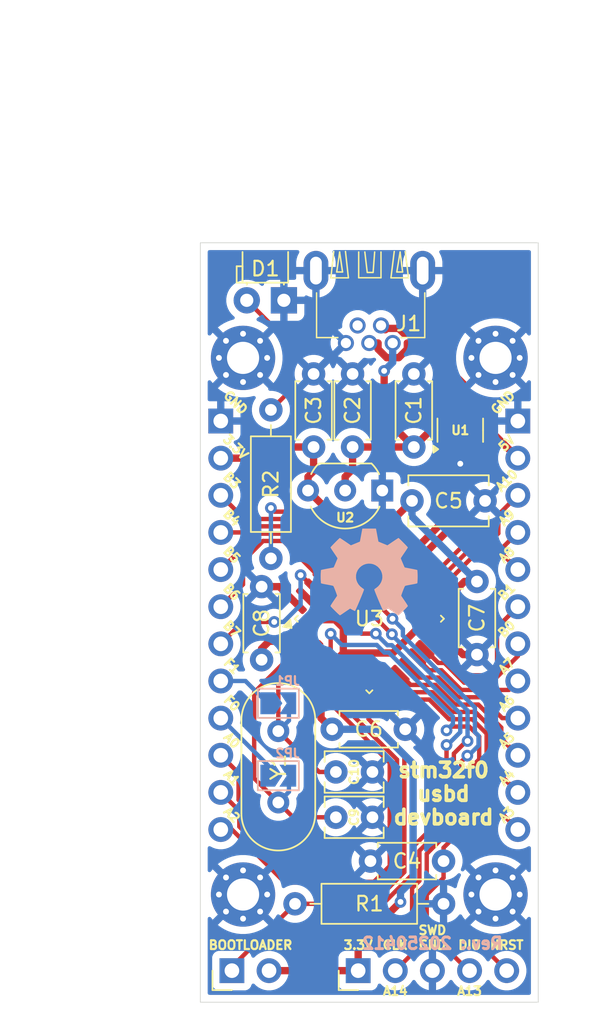
<source format=kicad_pcb>
(kicad_pcb (version 20241229) (generator "pcbnew") (generator_version "9.0")
  (title_block (title "stm32f0-usbd-devboard") (date "2025-04-12") (rev "20250412") (comment 3 "Released under CERN Open Hardware Licence Version 2 - Strongly Reciprocal") (comment 4 "Designed by: Rafael G. Martins"))
  (layers (0 "F.Cu" signal) (2 "B.Cu" signal) (13 "F.Paste" user) (15 "B.Paste" user) (5 "F.SilkS" user "F.Silkscreen") (7 "B.SilkS" user "B.Silkscreen") (1 "F.Mask" user) (3 "B.Mask" user) (25 "Edge.Cuts" user))
  (net 0 "")
  (net 1 "5V")
  (net 2 "3.3V")
  (net 3 "Net-(D1-A)")
  (net 4 "/USB_CONN_D-")
  (net 6 "/USB_CONN_D+")
  (net 7 "PF0")
  (net 8 "LED")
  (net 9 "USB_D+")
  (net 10 "USB_D-")
  (net 11 "B6")
  (net 12 "A0")
  (net 13 "A2")
  (net 14 "F0")
  (net 15 "F1")
  (net 16 "B3")
  (net 17 "B5")
  (net 18 "A1")
  (net 19 "B4")
  (net 20 "B7")
  (net 21 "B0")
  (net 22 "A6")
  (net 23 "A8")
  (net 24 "A5")
  (net 25 "A7")
  (net 26 "B1")
  (net 27 "A4")
  (net 28 "A3")
  (net 29 "A9")
  (net 30 "A10")
  (net 31 "GND")
  (net 32 "NRST")
  (net 33 "PF1")
  (net 34 "Net-(J5-Pin_1)")
  (net 35 "DIO")
  (net 36 "CLK")
  (footprint "custom:C_TDK_FA28" (layer "F.Cu") (at 154.432 106.5276 90)
    (property "Reference" "C7")
    (property "Value" "100n")
  )
  (footprint "custom:PinHeader_Bootloader_1x02_P2.54mm_Horizontal" (layer "F.Cu") (at 137.668 128.143)
    (property "Reference" "J5" (hide yes))
    (property "Value" "BOOTLOADER")
  )
  (footprint "Crystal:Crystal_HC49-4H_Vertical" (layer "F.Cu") (at 140.843 111.76 -90)
    (property "Reference" "Y1")
    (property "Value" "8MHz")
  )
  (footprint "Capacitor_THT:C_Disc_D3.8mm_W2.6mm_P2.50mm" (layer "F.Cu") (at 144.78 117.6528)
    (property "Reference" "C9")
    (property "Value" "22p")
  )
  (footprint "custom:USB_Mini-B_PTH" (layer "F.Cu") (at 148.666 85.217 180)
    (property "Reference" "J1")
    (property "Value" "USB_B_Mini" (hide yes))
  )
  (footprint "custom:LED_D3.0mm_Horizontal_O1.27mm_Z2.0mm" (layer "F.Cu") (at 141.224 82.296 180)
    (property "Reference" "D1")
    (property "Value" "LED Green 3mm")
  )
  (footprint "custom:C_TDK_FA28" (layer "F.Cu") (at 143.256 87.329 -90)
    (property "Reference" "C3")
    (property "Value" "1u")
  )
  (footprint "custom:C_TDK_FA28" (layer "F.Cu") (at 150.114 87.329 -90)
    (property "Reference" "C1")
    (property "Value" "100n")
  )
  (footprint "custom:R_YAGEO_MFR-25FTE52_Horizontal" (layer "F.Cu") (at 140.335 99.949 90)
    (property "Reference" "R2")
    (property "Value" "10k")
  )
  (footprint "MountingHole:MountingHole_2.2mm_M2_Pad_Via" (layer "F.Cu") (at 138.43 86.233)
    (property "Reference" "H1" (hide yes))
    (property "Value" "Mounting Hole")
  )
  (footprint "Capacitor_THT:C_Disc_D3.8mm_W2.6mm_P2.50mm" (layer "F.Cu") (at 144.78 114.554)
    (property "Reference" "C10")
    (property "Value" "22p")
  )
  (footprint "custom:C_TDK_FA28" (layer "F.Cu") (at 139.7 101.8794 -90)
    (property "Reference" "C8")
    (property "Value" "100n")
  )
  (footprint "custom:C_TDK_FA26" (layer "F.Cu") (at 154.987 96.012 180)
    (property "Reference" "C5")
    (property "Value" "10u")
  )
  (footprint "custom:C_TDK_FA28" (layer "F.Cu") (at 147.146 120.65)
    (property "Reference" "C4")
    (property "Value" "100n")
  )
  (footprint "MountingHole:MountingHole_2.2mm_M2_Pad_Via" (layer "F.Cu") (at 155.702 122.936)
    (property "Reference" "H4" (hide yes))
    (property "Value" "Mounting Hole")
  )
  (footprint "MountingHole:MountingHole_2.2mm_M2_Pad_Via" (layer "F.Cu") (at 155.702 86.233)
    (property "Reference" "H2" (hide yes))
    (property "Value" "Mounting Hole")
  )
  (footprint "Package_TO_SOT_THT:TO-92_Inline_Wide" (layer "F.Cu") (at 147.955 95.3046 180)
    (property "Reference" "U2")
    (property "Value" "MCP1700-3302E")
  )
  (footprint "MountingHole:MountingHole_2.2mm_M2_Pad_Via" (layer "F.Cu") (at 138.431 122.936)
    (property "Reference" "H3" (hide yes))
    (property "Value" "Mounting Hole")
  )
  (footprint "custom:C_TDK_FA28" (layer "F.Cu") (at 149.526 111.633 180)
    (property "Reference" "C6")
    (property "Value" "100n")
  )
  (footprint "Package_TO_SOT_SMD:SOT-23-6" (layer "F.Cu") (at 153.289 91.1805 90)
    (property "Reference" "U1")
    (property "Value" "USBLC6-2SC6")
  )
  (footprint "custom:PinHeader_SWD_1x05_P2.54mm_Vertical" (layer "F.Cu") (at 146.304 128.143)
    (property "Reference" "J2" (hide yes))
    (property "Value" "PIN H 5P")
  )
  (footprint "custom:R_YAGEO_MFR-25FTE52_Horizontal" (layer "F.Cu") (at 141.986 123.571)
    (property "Reference" "R1")
    (property "Value" "10k")
  )
  (footprint "Package_QFP:LQFP-32_7x7mm_P0.8mm" (layer "F.Cu") (at 147.068328 104.073014 45)
    (property "Reference" "U3")
    (property "Value" "STM32F042K4T6 or STM32F042K6T6")
  )
  (footprint "custom:C_TDK_FA28" (layer "F.Cu") (at 145.923 87.329 -90)
    (property "Reference" "C2")
    (property "Value" "1u")
  )
  (footprint "Jumper:SolderJumper-2_P1.3mm_Open_TrianglePad1.0x1.5mm" (layer "B.Cu") (at 140.843 109.855)
    (property "Reference" "JP1")
    (property "Value" "Connect Pin F1 to PF1")
  )
  (footprint "Jumper:SolderJumper-2_P1.3mm_Open_TrianglePad1.0x1.5mm" (layer "B.Cu") (at 140.843 114.808)
    (property "Reference" "JP2")
    (property "Value" "Connect Pin F0 to PF0")
  )
  (footprint "custom:PinHeader_DevBoard_Right_Connector_1x12_P2.54mm_Vertical" (layer "B.Cu") (at 157.226 90.551 180)
    (property "Reference" "J4" (hide yes))
    (property "Value" "RIGHT")
  )
  (footprint "Symbol:OSHW-Symbol_6.7x6mm_SilkScreen" (layer "B.Cu") (at 147.066 100.8888 180)
    (property "Reference" "REF**" (hide yes))
    (property "Value" "OSHW-Symbol_6.7x6mm_SilkScreen" (hide yes))
  )
  (footprint "custom:PinHeader_DevBoard_Left_Connector_1x12_P2.54mm_Vertical" (layer "B.Cu") (at 136.906 90.551 180)
    (property "Reference" "J3" (hide yes))
    (property "Value" "LEFT")
  )
  (gr_rect (start 135.509 78.359) (end 158.623 130.302) (stroke (width 0.05)) (fill no) (layer "Edge.Cuts"))
  (gr_text "stm32f0\nusbd\ndevboard" (at 152.146 118.237 0) (layer "F.SilkS") (effects (font (size 1 1) (thickness 0.25) (bold yes)) (justify bottom)))
  (gr_text "Rev.: ${REVISION}" (at 151.384 126.746 0) (layer "B.SilkS") (effects (font (size 0.8 0.8) (thickness 0.2) (bold yes)) (justify bottom mirror)))
  (segment (start 145.923 93.853) (end 145.923 92.329) (width 0.5) (layer "F.Cu") (net 1))
  (segment (start 151.257 91.186) (end 152.808499 91.186) (width 0.5) (layer "F.Cu") (net 1))
  (segment (start 145.415 94.361) (end 145.923 93.853) (width 0.5) (layer "F.Cu") (net 1))
  (segment (start 157.226 93.091) (end 155.321 91.186) (width 0.5) (layer "F.Cu") (net 1))
  (segment (start 150.114 92.329) (end 145.923 92.329) (width 0.5) (layer "F.Cu") (net 1))
  (segment (start 148.082 90.297) (end 148.082 87.122) (width 0.5) (layer "F.Cu") (net 1))
  (segment (start 153.289 90.705499) (end 153.289 90.043) (width 0.5) (layer "F.Cu") (net 1))
  (segment (start 155.321 91.186) (end 153.769501 91.186) (width 0.5) (layer "F.Cu") (net 1))
  (segment (start 153.769501 91.186) (end 153.289 90.705499) (width 0.5) (layer "F.Cu") (net 1))
  (segment (start 145.415 95.3046) (end 145.415 94.361) (width 0.5) (layer "F.Cu") (net 1))
  (segment (start 150.114 92.329) (end 148.082 90.297) (width 0.5) (layer "F.Cu") (net 1))
  (segment (start 150.114 92.329) (end 151.257 91.186) (width 0.5) (layer "F.Cu") (net 1))
  (segment (start 152.808499 91.186) (end 153.289 90.705499) (width 0.5) (layer "F.Cu") (net 1))
  (via (at 148.082 87.122) (size 0.8) (drill 0.4) (layers "F.Cu" "B.Cu") (net 1))
  (segment (start 148.666 85.217) (end 148.666 86.538) (width 0.5) (layer "B.Cu") (net 1))
  (segment (start 148.666 86.538) (end 148.082 87.122) (width 0.5) (layer "B.Cu") (net 1))
  (segment (start 142.875 94.361) (end 143.256 93.98) (width 0.5) (layer "F.Cu") (net 2))
  (segment (start 144.526 111.633) (end 143.764 110.871) (width 0.5) (layer "F.Cu") (net 2))
  (segment (start 143.764 107.943028) (end 144.399 107.308028) (width 0.5) (layer "F.Cu") (net 2))
  (segment (start 145.288 104.708848) (end 145.288 106.419028) (width 0.5) (layer "F.Cu") (net 2))
  (segment (start 144.719152 104.14) (end 145.288 104.708848) (width 0.5) (layer "F.Cu") (net 2))
  (segment (start 142.136258 105.045286) (end 141.568344 105.6132) (width 0.5) (layer "F.Cu") (net 2))
  (segment (start 148.971 97.028) (end 149.987 96.012) (width 0.5) (layer "F.Cu") (net 2))
  (segment (start 142.875 95.3046) (end 144.5984 97.028) (width 0.5) (layer "F.Cu") (net 2))
  (segment (start 146.304 126.3396) (end 146.304 128.143) (width 0.5) (layer "F.Cu") (net 2))
  (segment (start 139.7 106.1212) (end 139.7 106.8794) (width 0.5) (layer "F.Cu") (net 2))
  (segment (start 143.041544 104.14) (end 144.719152 104.14) (width 0.5) (layer "F.Cu") (net 2))
  (segment (start 153.57354 101.5276) (end 152.000398 103.100742) (width 0.5) (layer "F.Cu") (net 2))
  (segment (start 140.208 105.6132) (end 139.7 106.1212) (width 0.5) (layer "F.Cu") (net 2))
  (segment (start 141.568344 105.6132) (end 140.208 105.6132) (width 0.5) (layer "F.Cu") (net 2))
  (segment (start 144.5984 97.028) (end 148.971 97.028) (width 0.5) (layer "F.Cu") (net 2))
  (segment (start 148.682112 106.419028) (end 152.000398 103.100742) (width 0.5) (layer "F.Cu") (net 2))
  (segment (start 149.1996 123.444) (end 146.304 126.3396) (width 0.5) (layer "F.Cu") (net 2))
  (segment (start 140.6906 92.329) (end 139.9286 93.091) (width 0.5) (layer "F.Cu") (net 2))
  (segment (start 154.432 101.5276) (end 153.57354 101.5276) (width 0.5) (layer "F.Cu") (net 2))
  (segment (start 142.875 95.3046) (end 142.875 94.361) (width 0.5) (layer "F.Cu") (net 2))
  (segment (start 143.256 92.329) (end 140.6906 92.329) (width 0.5) (layer "F.Cu") (net 2))
  (segment (start 143.764 110.871) (end 143.764 107.943028) (width 0.5) (layer "F.Cu") (net 2))
  (segment (start 142.136258 105.045286) (end 143.041544 104.14) (width 0.5) (layer "F.Cu") (net 2))
  (segment (start 139.9286 93.091) (end 136.906 93.091) (width 0.5) (layer "F.Cu") (net 2))
  (segment (start 143.256 93.98) (end 143.256 92.329) (width 0.5) (layer "F.Cu") (net 2))
  (segment (start 140.208 128.143) (end 146.304 128.143) (width 0.5) (layer "F.Cu") (net 2))
  (segment (start 145.288 106.419028) (end 148.682112 106.419028) (width 0.5) (layer "F.Cu") (net 2))
  (segment (start 145.288 106.419028) (end 144.399 107.308028) (width 0.5) (layer "F.Cu") (net 2))
  (via (at 149.1996 123.444) (size 0.8) (drill 0.4) (layers "F.Cu" "B.Cu") (net 2))
  (segment (start 149.987 97.0826) (end 154.432 101.5276) (width 0.5) (layer "B.Cu") (net 2))
  (segment (start 147.701 111.633) (end 150.0632 113.9952) (width 0.5) (layer "B.Cu") (net 2))
  (segment (start 144.526 111.633) (end 147.701 111.633) (width 0.5) (layer "B.Cu") (net 2))
  (segment (start 149.987 96.012) (end 149.987 97.0826) (width 0.5) (layer "B.Cu") (net 2))
  (segment (start 150.0632 121.92) (end 149.1996 122.7836) (width 0.5) (layer "B.Cu") (net 2))
  (segment (start 149.1996 122.7836) (end 149.1996 123.444) (width 0.5) (layer "B.Cu") (net 2))
  (segment (start 150.0632 113.9952) (end 150.0632 121.92) (width 0.5) (layer "B.Cu") (net 2))
  (segment (start 141.5288 85.1408) (end 141.5288 88.5952) (width 0.3) (layer "F.Cu") (net 3))
  (segment (start 138.684 82.296) (end 141.5288 85.1408) (width 0.3) (layer "F.Cu") (net 3))
  (segment (start 141.5288 88.5952) (end 140.335 89.789) (width 0.3) (layer "F.Cu") (net 3))
  (segment (start 154.239 90.043) (end 154.239 89.049249) (width 0.5) (layer "F.Cu") (net 4))
  (segment (start 152.563575 85.802883) (end 151.317692 84.557) (width 0.5) (layer "F.Cu") (net 4))
  (segment (start 153.619 88.429249) (end 153.619 88.128308) (width 0.5) (layer "F.Cu") (net 4))
  (segment (start 154.239 89.049249) (end 153.619 88.429249) (width 0.5) (layer "F.Cu") (net 4))
  (segment (start 153.619 88.128308) (end 152.563575 87.072883) (width 0.5) (layer "F.Cu") (net 4))
  (segment (start 149.080628 84.216) (end 148.251372 84.216) (width 0.5) (layer "F.Cu") (net 4))
  (segment (start 148.158186 84.309186) (end 147.866 84.017) (width 0.5) (layer "F.Cu") (net 4))
  (segment (start 152.563575 87.072883) (end 152.563575 85.802883) (width 0.5) (layer "F.Cu") (net 4))
  (segment (start 149.421628 84.557) (end 149.080628 84.216) (width 0.5) (layer "F.Cu") (net 4))
  (segment (start 151.317692 84.557) (end 149.421628 84.557) (width 0.5) (layer "F.Cu") (net 4))
  (segment (start 148.251372 84.216) (end 148.158186 84.309186) (width 0.5) (layer "F.Cu") (net 4))
  (segment (start 151.903575 86.076267) (end 151.044308 85.217) (width 0.5) (layer "F.Cu") (net 6))
  (segment (start 151.903575 87.346267) (end 151.903575 86.076267) (width 0.5) (layer "F.Cu") (net 6))
  (segment (start 152.339 90.043) (end 152.339 89.049249) (width 0.5) (layer "F.Cu") (net 6))
  (segment (start 147.665 85.631628) (end 147.665 85.217) (width 0.5) (layer "F.Cu") (net 6))
  (segment (start 149.667 85.217) (end 149.667 85.631628) (width 0.5) (layer "F.Cu") (net 6))
  (segment (start 152.339 89.049249) (end 152.959 88.429249) (width 0.5) (layer "F.Cu") (net 6))
  (segment (start 149.080628 86.218) (end 148.251372 86.218) (width 0.5) (layer "F.Cu") (net 6))
  (segment (start 152.959 88.429249) (end 152.959 88.401692) (width 0.5) (layer "F.Cu") (net 6))
  (segment (start 152.959 88.401692) (end 151.903575 87.346267) (width 0.5) (layer "F.Cu") (net 6))
  (segment (start 151.044308 85.217) (end 149.667 85.217) (width 0.5) (layer "F.Cu") (net 6))
  (segment (start 148.251372 86.218) (end 147.665 85.631628) (width 0.5) (layer "F.Cu") (net 6))
  (segment (start 149.667 85.631628) (end 149.080628 86.218) (width 0.5) (layer "F.Cu") (net 6))
  (segment (start 147.665 85.217) (end 147.066 85.217) (width 0.5) (layer "F.Cu") (net 6))
  (segment (start 142.701944 105.610971) (end 139.192 109.120915) (width 0.3) (layer "F.Cu") (net 7))
  (segment (start 139.192 109.120915) (end 139.192 114.989) (width 0.3) (layer "F.Cu") (net 7))
  (segment (start 139.192 114.989) (end 140.843 116.64) (width 0.3) (layer "F.Cu") (net 7))
  (segment (start 144.78 117.6528) (end 141.8558 117.6528) (width 0.3) (layer "F.Cu") (net 7))
  (segment (start 141.8558 117.6528) (end 140.843 116.64) (width 0.3) (layer "F.Cu") (net 7))
  (segment (start 141.568 115.915) (end 140.843 116.64) (width 0.3) (layer "B.Cu") (net 7))
  (segment (start 141.568 114.808) (end 141.568 115.915) (width 0.3) (layer "B.Cu") (net 7))
  (segment (start 140.584 96.7512) (end 140.335 96.5022) (width 0.3) (layer "F.Cu") (net 8))
  (segment (start 146.096056 99.140944) (end 145.368712 98.4136) (width 0.3) (layer "F.Cu") (net 8))
  (segment (start 142.014909 96.7512) (end 140.584 96.7512) (width 0.3) (layer "F.Cu") (net 8))
  (segment (start 145.368712 98.4136) (end 143.677312 98.4136) (width 0.3) (layer "F.Cu") (net 8))
  (segment (start 146.096056 99.106056) (end 146.096056 99.140944) (width 0.3) (layer "F.Cu") (net 8))
  (segment (start 143.677312 98.4136) (end 142.014909 96.7512) (width 0.3) (layer "F.Cu") (net 8))
  (via (at 140.335 96.5022) (size 0.8) (drill 0.4) (layers "F.Cu" "B.Cu") (net 8))
  (segment (start 140.335 96.5022) (end 140.335 99.949) (width 0.3) (layer "B.Cu") (net 8))
  (segment (start 140.3604 99.9236) (end 140.335 99.949) (width 0.3) (layer "B.Cu") (net 8))
  (segment (start 152.339 93.311751) (end 152.339 92.318) (width 0.5) (layer "F.Cu") (net 9))
  (segment (start 149.968646 99.574634) (end 152.197 97.34628) (width 0.5) (layer "F.Cu") (net 9))
  (segment (start 152.959 94.605308) (end 152.959 94.345496) (width 0.5) (layer "F.Cu") (net 9))
  (segment (start 152.197 95.367308) (end 152.959 94.605308) (width 0.5) (layer "F.Cu") (net 9))
  (segment (start 152.197 97.34628) (end 152.197 95.367308) (width 0.5) (layer "F.Cu") (net 9))
  (segment (start 152.438 93.410751) (end 152.339 93.311751) (width 0.5) (layer "F.Cu") (net 9))
  (segment (start 152.959 94.345496) (end 152.438 93.824496) (width 0.5) (layer "F.Cu") (net 9))
  (segment (start 149.869652 99.574634) (end 149.968646 99.574634) (width 0.5) (layer "F.Cu") (net 9))
  (segment (start 149.171971 100.272315) (end 149.869652 99.574634) (width 0.5) (layer "F.Cu") (net 9))
  (segment (start 152.438 93.824496) (end 152.438 93.410751) (width 0.5) (layer "F.Cu") (net 9))
  (segment (start 152.857 95.640692) (end 153.619 94.878692) (width 0.5) (layer "F.Cu") (net 10))
  (segment (start 154.14 93.824496) (end 154.14 93.410751) (width 0.5) (layer "F.Cu") (net 10))
  (segment (start 150.435337 100.140319) (end 150.435337 100.041325) (width 0.5) (layer "F.Cu") (net 10))
  (segment (start 154.14 93.410751) (end 154.239 93.311751) (width 0.5) (layer "F.Cu") (net 10))
  (segment (start 152.857 97.619662) (end 152.857 95.640692) (width 0.5) (layer "F.Cu") (net 10))
  (segment (start 154.239 93.311751) (end 154.239 92.318) (width 0.5) (layer "F.Cu") (net 10))
  (segment (start 153.619 94.345496) (end 154.14 93.824496) (width 0.5) (layer "F.Cu") (net 10))
  (segment (start 153.619 94.878692) (end 153.619 94.345496) (width 0.5) (layer "F.Cu") (net 10))
  (segment (start 149.737656 100.838) (end 150.435337 100.140319) (width 0.5) (layer "F.Cu") (net 10))
  (segment (start 150.435337 100.041325) (end 152.857 97.619662) (width 0.5) (layer "F.Cu") (net 10))
  (segment (start 143.833314 101.403686) (end 141.184828 98.7552) (width 0.3) (layer "F.Cu") (net 11))
  (segment (start 138.43 101.727) (end 136.906 103.251) (width 0.3) (layer "F.Cu") (net 11))
  (segment (start 138.43 100.1268) (end 138.43 101.727) (width 0.3) (layer "F.Cu") (net 11))
  (segment (start 141.184828 98.7552) (end 139.8016 98.7552) (width 0.3) (layer "F.Cu") (net 11))
  (segment (start 139.8016 98.7552) (end 138.43 100.1268) (width 0.3) (layer "F.Cu") (net 11))
  (segment (start 138.1252 116.46168) (end 138.1252 114.6302) (width 0.3) (layer "F.Cu") (net 12))
  (segment (start 147.380558 122.068) (end 143.961761 122.068) (width 0.3) (layer "F.Cu") (net 12))
  (segment (start 138.1252 114.6302) (end 136.906 113.411) (width 0.3) (layer "F.Cu") (net 12))
  (segment (start 148.463 117.937564) (end 148.462994 117.937574) (width 0.3) (layer "F.Cu") (net 12))
  (segment (start 138.677 118.08296) (end 138.677 117.01348) (width 0.3) (layer "F.Cu") (net 12))
  (segment (start 138.677 117.01348) (end 138.1252 116.46168) (width 0.3) (layer "F.Cu") (net 12))
  (segment (start 143.961761 122.068) (end 143.014961 121.1212) (width 0.3) (layer "F.Cu") (net 12))
  (segment (start 148.462997 118.352607) (end 148.462994 118.35261) (width 0.3) (layer "F.Cu") (net 12))
  (segment (start 148.462994 120.985566) (end 147.380558 122.068) (width 0.3) (layer "F.Cu") (net 12))
  (segment (start 144.365 108.473398) (end 144.365 109.821002) (width 0.3) (layer "F.Cu") (net 12))
  (segment (start 148.462994 117.937574) (end 148.462997 118.352607) (width 0.3) (layer "F.Cu") (net 12))
  (segment (start 148.463 113.919) (end 148.463 117.937564) (width 0.3) (layer "F.Cu") (net 12))
  (segment (start 143.014961 121.1212) (end 141.715242 121.1212) (width 0.3) (layer "F.Cu") (net 12))
  (segment (start 144.365 109.821002) (end 148.463 113.919) (width 0.3) (layer "F.Cu") (net 12))
  (segment (start 148.462994 118.35261) (end 148.462994 120.985566) (width 0.3) (layer "F.Cu") (net 12))
  (segment (start 144.964685 107.873713) (end 144.365 108.473398) (width 0.3) (layer "F.Cu") (net 12))
  (segment (start 141.715242 121.1212) (end 138.677 118.08296) (width 0.3) (layer "F.Cu") (net 12))
  (segment (start 143.546721 123.07) (end 147.7956 123.07) (width 0.3) (layer "F.Cu") (net 13))
  (segment (start 149.465 118.550432) (end 149.465003 118.550429) (width 0.3) (layer "F.Cu") (net 13))
  (segment (start 147.274212 111.196188) (end 147.187873 111.109849) (width 0.3) (layer "F.Cu") (net 13))
  (segment (start 146.137916 109.005084) (end 146.096056 109.005084) (width 0.3) (layer "F.Cu") (net 13))
  (segment (start 146.685 108.458) (end 146.8628 108.458) (width 0.3) (layer "F.Cu") (net 13))
  (segment (start 149.465 113.386973) (end 147.274212 111.196188) (width 0.3) (layer "F.Cu") (net 13))
  (segment (start 149.465 121.4006) (end 149.465 118.550432) (width 0.3) (layer "F.Cu") (net 13))
  (segment (start 141.3002 122.1232) (end 142.599921 122.1232) (width 0.3) (layer "F.Cu") (net 13))
  (segment (start 146.685 108.451496) (end 146.685 108.458) (width 0.3) (layer "F.Cu") (net 13))
  (segment (start 149.465 117.937564) (end 149.465 113.386973) (width 0.3) (layer "F.Cu") (net 13))
  (segment (start 136.906 118.491) (end 137.668 118.491) (width 0.3) (layer "F.Cu") (net 13))
  (segment (start 147.7956 123.07) (end 149.465 121.4006) (width 0.3) (layer "F.Cu") (net 13))
  (segment (start 149.465003 118.550429) (end 149.465 117.937564) (width 0.3) (layer "F.Cu") (net 13))
  (segment (start 147.0152 110.937176) (end 147.274212 111.196188) (width 0.3) (layer "F.Cu") (net 13))
  (segment (start 142.599921 122.1232) (end 143.546721 123.07) (width 0.3) (layer "F.Cu") (net 13))
  (segment (start 146.685 108.458) (end 146.137916 109.005084) (width 0.3) (layer "F.Cu") (net 13))
  (segment (start 137.668 118.491) (end 141.3002 122.1232) (width 0.3) (layer "F.Cu") (net 13))
  (segment (start 146.8628 108.458) (end 147.0152 108.6104) (width 0.3) (layer "F.Cu") (net 13))
  (segment (start 147.0152 108.6104) (end 147.0152 110.937176) (width 0.3) (layer "F.Cu") (net 13))
  (segment (start 140.118 114.083) (end 140.118 114.808) (width 0.3) (layer "B.Cu") (net 14))
  (segment (start 136.906 110.871) (end 140.118 114.083) (width 0.3) (layer "B.Cu") (net 14))
  (segment (start 137.414 108.331) (end 136.906 108.331) (width 0.3) (layer "F.Cu") (net 15))
  (segment (start 138.594 108.331) (end 136.906 108.331) (width 0.3) (layer "B.Cu") (net 15))
  (segment (start 140.118 109.855) (end 138.594 108.331) (width 0.3) (layer "B.Cu") (net 15))
  (segment (start 144.738341 98.9146) (end 145.530371 99.70663) (width 0.3) (layer "F.Cu") (net 16))
  (segment (start 136.906 95.631) (end 138.5272 97.2522) (width 0.3) (layer "F.Cu") (net 16))
  (segment (start 138.5272 97.2522) (end 141.807389 97.2522) (width 0.3) (layer "F.Cu") (net 16))
  (segment (start 143.46979 98.9146) (end 144.738341 98.9146) (width 0.3) (layer "F.Cu") (net 16))
  (segment (start 141.807389 97.2522) (end 143.46979 98.9146) (width 0.3) (layer "F.Cu") (net 16))
  (segment (start 136.906 100.711) (end 137.795 99.822) (width 0.3) (layer "F.Cu") (net 17))
  (segment (start 141.392348 98.2542) (end 143.112549 99.9744) (width 0.3) (layer "F.Cu") (net 17))
  (segment (start 143.112549 99.9744) (end 143.5354 99.9744) (width 0.3) (layer "F.Cu") (net 17))
  (segment (start 137.795 99.822) (end 138.026279 99.822) (width 0.3) (layer "F.Cu") (net 17))
  (segment (start 138.026279 99.822) (end 139.594079 98.2542) (width 0.3) (layer "F.Cu") (net 17))
  (segment (start 139.594079 98.2542) (end 141.392348 98.2542) (width 0.3) (layer "F.Cu") (net 17))
  (segment (start 143.5354 99.9744) (end 144.399 100.838) (width 0.3) (layer "F.Cu") (net 17))
  (segment (start 142.807441 121.6222) (end 141.507722 121.6222) (width 0.3) (layer "F.Cu") (net 18))
  (segment (start 143.754241 122.569) (end 142.807441 121.6222) (width 0.3) (layer "F.Cu") (net 18))
  (segment (start 148.964 113.711479) (end 148.964 118.145084) (width 0.3) (layer "F.Cu") (net 18))
  (segment (start 138.176 118.290478) (end 138.176 117.221) (width 0.3) (layer "F.Cu") (net 18))
  (segment (start 141.507722 121.6222) (end 138.176 118.290478) (width 0.3) (layer "F.Cu") (net 18))
  (segment (start 148.964 121.193078) (end 147.588078 122.569) (width 0.3) (layer "F.Cu") (net 18))
  (segment (start 145.530371 108.439398) (end 145.530371 108.469629) (width 0.3) (layer "F.Cu") (net 18))
  (segment (start 147.588078 122.569) (end 143.754241 122.569) (width 0.3) (layer "F.Cu") (net 18))
  (segment (start 144.866 109.134) (end 144.866 109.61348) (width 0.3) (layer "F.Cu") (net 18))
  (segment (start 148.964 118.145089) (end 148.964 121.193078) (width 0.3) (layer "F.Cu") (net 18))
  (segment (start 144.866 109.61348) (end 148.964 113.711479) (width 0.3) (layer "F.Cu") (net 18))
  (segment (start 145.530371 108.469629) (end 144.866 109.134) (width 0.3) (layer "F.Cu") (net 18))
  (segment (start 138.176 117.221) (end 136.906 115.951) (width 0.3) (layer "F.Cu") (net 18))
  (segment (start 148.964 118.145084) (end 148.963998 118.145087) (width 0.3) (layer "F.Cu") (net 18))
  (segment (start 148.963998 118.145087) (end 148.964 118.145089) (width 0.3) (layer "F.Cu") (net 18))
  (segment (start 144.1196 99.4156) (end 143.262269 99.4156) (width 0.3) (layer "F.Cu") (net 19))
  (segment (start 141.599868 97.7532) (end 139.386558 97.7532) (width 0.3) (layer "F.Cu") (net 19))
  (segment (start 139.386558 97.7532) (end 138.968759 98.171) (width 0.3) (layer "F.Cu") (net 19))
  (segment (start 138.968759 98.171) (end 136.906 98.171) (width 0.3) (layer "F.Cu") (net 19))
  (segment (start 143.262269 99.4156) (end 141.599868 97.7532) (width 0.3) (layer "F.Cu") (net 19))
  (segment (start 144.964685 100.260685) (end 144.1196 99.4156) (width 0.3) (layer "F.Cu") (net 19))
  (segment (start 144.964685 100.272315) (end 144.964685 100.260685) (width 0.3) (layer "F.Cu") (net 19))
  (segment (start 138.4046 104.2924) (end 136.906 105.791) (width 0.3) (layer "F.Cu") (net 20))
  (segment (start 140.5636 104.2924) (end 138.4046 104.2924) (width 0.3) (layer "F.Cu") (net 20))
  (segment (start 143.267629 101.969371) (end 143.267629 101.973455) (width 0.3) (layer "F.Cu") (net 20))
  (segment (start 143.267629 101.969371) (end 143.267629 101.951109) (width 0.3) (layer "F.Cu") (net 20))
  (segment (start 137.414 105.791) (end 136.906 105.791) (width 0.3) (layer "F.Cu") (net 20))
  (segment (start 142.390258 101.092) (end 142.367 101.092) (width 0.3) (layer "F.Cu") (net 20))
  (segment (start 143.267629 101.969371) (end 142.390258 101.092) (width 0.3) (layer "F.Cu") (net 20))
  (via (at 140.5636 104.2924) (size 0.8) (drill 0.4) (layers "F.Cu" "B.Cu") (net 20))
  (via (at 142.367 101.092) (size 0.8) (drill 0.4) (layers "F.Cu" "B.Cu") (net 20))
  (segment (start 140.5636 104.2924) (end 141.1986 104.2924) (width 0.3) (layer "B.Cu") (net 20))
  (segment (start 142.367 103.124) (end 142.367 101.092) (width 0.3) (layer "B.Cu") (net 20))
  (segment (start 141.1986 104.2924) (end 142.367 103.124) (width 0.3) (layer "B.Cu") (net 20))
  (segment (start 150.869027 106.176657) (end 151.78837 107.096) (width 0.3) (layer "F.Cu") (net 21))
  (segment (start 153.55528 108.4422) (end 155.413001 108.4422) (width 0.3) (layer "F.Cu") (net 21))
  (segment (start 151.78837 107.096) (end 152.209077 107.096) (width 0.3) (layer "F.Cu") (net 21))
  (segment (start 155.413001 108.4422) (end 157.226 106.6292) (width 0.3) (layer "F.Cu") (net 21))
  (segment (start 157.226 106.6292) (end 157.226 105.791) (width 0.3) (layer "F.Cu") (net 21))
  (segment (start 152.209077 107.096) (end 153.55528 108.4422) (width 0.3) (layer "F.Cu") (net 21))
  (segment (start 156.156522 110.871) (end 154.72972 109.4442) (width 0.3) (layer "F.Cu") (net 22))
  (segment (start 152.408037 108.712) (end 151.794035 108.098) (width 0.3) (layer "F.Cu") (net 22))
  (segment (start 153.14024 109.4442) (end 152.40804 108.712) (width 0.3) (layer "F.Cu") (net 22))
  (segment (start 151.794035 108.098) (end 150.527628 108.098) (width 0.3) (layer "F.Cu") (net 22))
  (segment (start 152.40804 108.712) (end 152.408037 108.712) (width 0.3) (layer "F.Cu") (net 22))
  (segment (start 154.72972 109.4442) (end 153.14024 109.4442) (width 0.3) (layer "F.Cu") (net 22))
  (segment (start 150.527628 108.098) (end 149.737656 107.308028) (width 0.3) (layer "F.Cu") (net 22))
  (segment (start 157.226 110.871) (end 156.156522 110.871) (width 0.3) (layer "F.Cu") (net 22))
  (segment (start 156.21 99.695) (end 157.226 100.711) (width 0.3) (layer "F.Cu") (net 23))
  (segment (start 154.274769 99.695) (end 156.21 99.695) (width 0.3) (layer "F.Cu") (net 23))
  (segment (start 151.434712 102.535057) (end 154.274769 99.695) (width 0.3) (layer "F.Cu") (net 23))
  (segment (start 156.0944 111.517397) (end 154.5222 109.9452) (width 0.3) (layer "F.Cu") (net 24))
  (segment (start 157.226 113.411) (end 156.0944 112.2794) (width 0.3) (layer "F.Cu") (net 24))
  (segment (start 154.5222 109.9452) (end 152.932719 109.9452) (width 0.3) (layer "F.Cu") (net 24))
  (segment (start 156.0944 112.2794) (end 156.0944 111.517397) (width 0.3) (layer "F.Cu") (net 24))
  (segment (start 151.586515 108.599) (end 149.897258 108.599) (width 0.3) (layer "F.Cu") (net 24))
  (segment (start 149.897258 108.599) (end 149.171971 107.873713) (width 0.3) (layer "F.Cu") (net 24))
  (segment (start 152.932719 109.9452) (end 151.586515 108.599) (width 0.3) (layer "F.Cu") (net 24))
  (segment (start 151.158 107.597) (end 152.001556 107.597) (width 0.3) (layer "F.Cu") (net 25))
  (segment (start 152.001556 107.597) (end 152.615558 108.211) (width 0.3) (layer "F.Cu") (net 25))
  (segment (start 153.34776 108.9432) (end 156.6138 108.9432) (width 0.3) (layer "F.Cu") (net 25))
  (segment (start 150.303342 106.742342) (end 151.158 107.597) (width 0.3) (layer "F.Cu") (net 25))
  (segment (start 152.615558 108.211) (end 153.34776 108.9432) (width 0.3) (layer "F.Cu") (net 25))
  (segment (start 156.6138 108.9432) (end 157.226 108.331) (width 0.3) (layer "F.Cu") (net 25))
  (segment (start 152.249741 106.428141) (end 153.7628 107.9412) (width 0.3) (layer "F.Cu") (net 26))
  (segment (start 153.7628 107.9412) (end 155.20548 107.9412) (width 0.3) (layer "F.Cu") (net 26))
  (segment (start 151.434712 105.610971) (end 152.249741 106.426) (width 0.3) (layer "F.Cu") (net 26))
  (segment (start 155.20548 107.9412) (end 155.8036 107.34308) (width 0.3) (layer "F.Cu") (net 26))
  (segment (start 152.249741 106.426) (end 152.249741 106.428141) (width 0.3) (layer "F.Cu") (net 26))
  (segment (start 155.8036 107.34308) (end 155.8036 104.6734) (width 0.3) (layer "F.Cu") (net 26))
  (segment (start 155.8036 104.6734) (end 157.226 103.251) (width 0.3) (layer "F.Cu") (net 26))
  (segment (start 151.378995 109.1) (end 149.266887 109.1) (width 0.3) (layer "F.Cu") (net 27))
  (segment (start 155.5934 111.724919) (end 154.31468 110.4462) (width 0.3) (layer "F.Cu") (net 27))
  (segment (start 155.5934 114.3184) (end 155.5934 111.724919) (width 0.3) (layer "F.Cu") (net 27))
  (segment (start 157.226 115.951) (end 155.5934 114.3184) (width 0.3) (layer "F.Cu") (net 27))
  (segment (start 149.266887 109.1) (end 148.606285 108.439398) (width 0.3) (layer "F.Cu") (net 27))
  (segment (start 152.725197 110.4462) (end 151.378995 109.1) (width 0.3) (layer "F.Cu") (net 27))
  (segment (start 154.31468 110.4462) (end 152.725197 110.4462) (width 0.3) (layer "F.Cu") (net 27))
  (segment (start 151.171475 109.601) (end 148.636516 109.601) (width 0.3) (layer "F.Cu") (net 28))
  (segment (start 155.0924 116.3574) (end 155.0924 111.93244) (width 0.3) (layer "F.Cu") (net 28))
  (segment (start 157.226 118.491) (end 155.0924 116.3574) (width 0.3) (layer "F.Cu") (net 28))
  (segment (start 152.517675 110.9472) (end 151.171475 109.601) (width 0.3) (layer "F.Cu") (net 28))
  (segment (start 154.10716 110.9472) (end 152.517675 110.9472) (width 0.3) (layer "F.Cu") (net 28))
  (segment (start 148.636516 109.601) (end 148.0406 109.005084) (width 0.3) (layer "F.Cu") (net 28))
  (segment (start 155.0924 111.93244) (end 154.10716 110.9472) (width 0.3) (layer "F.Cu") (net 28))
  (segment (start 151.492398 101.346) (end 151.915249 101.346) (width 0.3) (layer "F.Cu") (net 29))
  (segment (start 154.067249 99.194) (end 156.203 99.194) (width 0.3) (layer "F.Cu") (net 29))
  (segment (start 151.915249 101.346) (end 154.067249 99.194) (width 0.3) (layer "F.Cu") (net 29))
  (segment (start 156.203 99.194) (end 157.226 98.171) (width 0.3) (layer "F.Cu") (net 29))
  (segment (start 150.869027 101.969371) (end 151.492398 101.346) (width 0.3) (layer "F.Cu") (net 29))
  (segment (start 150.869027 101.969371) (end 150.887629 101.969371) (width 0.3) (layer "F.Cu") (net 29))
  (segment (start 150.862028 100.845) (end 151.70773 100.845) (width 0.3) (layer "F.Cu") (net 30))
  (segment (start 150.303342 101.403686) (end 150.862028 100.845) (width 0.3) (layer "F.Cu") (net 30))
  (segment (start 153.859729 98.693) (end 155.434 98.693) (width 0.3) (layer "F.Cu") (net 30))
  (segment (start 155.8925 96.9645) (end 157.226 95.631) (width 0.3) (layer "F.Cu") (net 30))
  (segment (start 155.8925 98.2345) (end 155.8925 96.9645) (width 0.3) (layer "F.Cu") (net 30))
  (segment (start 155.434 98.693) (end 155.8925 98.2345) (width 0.3) (layer "F.Cu") (net 30))
  (segment (start 151.70773 100.845) (end 153.859729 98.693) (width 0.3) (layer "F.Cu") (net 30))
  (segment (start 153.289 93.472) (end 153.289 92.318) (width 0.5) (layer "F.Cu") (net 31))
  (segment (start 140.914916 101.8794) (end 142.136258 103.100742) (width 0.5) (layer "F.Cu") (net 31))
  (segment (start 153.482712 106.5276) (end 152.000398 105.045286) (width 0.5) (layer "F.Cu") (net 31))
  (segment (start 154.432 106.5276) (end 153.482712 106.5276) (width 0.5) (layer "F.Cu") (net 31))
  (segment (start 139.7 101.8794) (end 140.914916 101.8794) (width 0.5) (layer "F.Cu") (net 31))
  (via (at 153.289 93.472) (size 0.8) (drill 0.4) (layers "F.Cu" "B.Cu") (net 31))
  (segment (start 152.146 119.7356) (end 153.8522 118.0294) (width 0.3) (layer "F.Cu") (net 32))
  (segment (start 150.995 122.944) (end 150.995 124.579) (width 0.3) (layer "F.Cu") (net 32))
  (segment (start 154.5844 112.13296) (end 153.89964 111.4482) (width 0.3) (layer "F.Cu") (net 32))
  (segment (start 144.4244 106.151256) (end 144.4244 105.1052) (width 0.3) (layer "F.Cu") (net 32))
  (segment (start 152.7556 126.3396) (end 154.6606 126.3396) (width 0.3) (layer "F.Cu") (net 32))
  (segment (start 152.146 121.793) (end 150.995 122.944) (width 0.3) (layer "F.Cu") (net 32))
  (segment (start 154.5844 113.6904) (end 154.5844 112.13296) (width 0.3) (layer "F.Cu") (net 32))
  (segment (start 152.146 120.65) (end 152.146 121.793) (width 0.3) (layer "F.Cu") (net 32))
  (segment (start 154.6606 126.3396) (end 156.464 128.143) (width 0.3) (layer "F.Cu") (net 32))
  (segment (start 143.833314 106.742342) (end 144.4244 106.151256) (width 0.3) (layer "F.Cu") (net 32))
  (segment (start 153.89964 111.4482) (end 152.6102 111.4482) (width 0.3) (layer "F.Cu") (net 32))
  (segment (start 152.146 120.65) (end 152.146 119.7356) (width 0.3) (layer "F.Cu") (net 32))
  (segment (start 150.995 124.579) (end 152.7556 126.3396) (width 0.3) (layer "F.Cu") (net 32))
  (segment (start 152.6102 111.4482) (end 152.3492 111.7092) (width 0.3) (layer "F.Cu") (net 32))
  (segment (start 153.8522 114.4226) (end 154.5844 113.6904) (width 0.3) (layer "F.Cu") (net 32))
  (segment (start 153.8522 118.0294) (end 153.8522 114.4226) (width 0.3) (layer "F.Cu") (net 32))
  (via (at 144.4244 105.1052) (size 0.8) (drill 0.4) (layers "F.Cu" "B.Cu") (net 32))
  (via (at 152.3492 111.7092) (size 0.8) (drill 0.4) (layers "F.Cu" "B.Cu") (net 32))
  (segment (start 147.575611 105.8672) (end 145.1864 105.8672) (width 0.3) (layer "B.Cu") (net 32))
  (segment (start 152.78632 110.76936) (end 148.402457 106.385497) (width 0.3) (layer "B.Cu") (net 32))
  (segment (start 148.402457 106.385497) (end 148.093907 106.385497) (width 0.3) (layer "B.Cu") (net 32))
  (segment (start 145.1864 105.8672) (end 144.4244 105.1052) (width 0.3) (layer "B.Cu") (net 32))
  (segment (start 152.78632 111.27208) (end 152.78632 110.76936) (width 0.3) (layer "B.Cu") (net 32))
  (segment (start 148.093907 106.385497) (end 147.575611 105.8672) (width 0.3) (layer "B.Cu") (net 32))
  (segment (start 144.4244 105.1052) (end 144.480856 105.1052) (width 0.3) (layer "B.Cu") (net 32))
  (segment (start 152.3492 111.7092) (end 152.78632 111.27208) (width 0.3) (layer "B.Cu") (net 32))
  (segment (start 140.843 111.76) (end 140.843 108.601286) (width 0.3) (layer "F.Cu") (net 33))
  (segment (start 140.843 108.601286) (end 143.267629 106.176657) (width 0.3) (layer "F.Cu") (net 33))
  (segment (start 144.78 114.554) (end 143.637 114.554) (width 0.3) (layer "F.Cu") (net 33))
  (segment (start 143.637 114.554) (end 140.843 111.76) (width 0.3) (layer "F.Cu") (net 33))
  (segment (start 143.267629 106.176657) (end 143.251343 106.176657) (width 0.3) (layer "F.Cu") (net 33))
  (segment (start 141.568 111.035) (end 141.568 109.855) (width 0.3) (layer "B.Cu") (net 33))
  (segment (start 141.568 111.035) (end 140.843 111.76) (width 0.3) (layer "B.Cu") (net 33))
  (segment (start 149.993 121.581121) (end 148.003121 123.571) (width 0.3) (layer "F.Cu") (net 34))
  (segment (start 149.993 119.735286) (end 149.993 121.581121) (width 0.3) (layer "F.Cu") (net 34))
  (segment (start 148.003121 123.571) (end 141.986 123.571) (width 0.3) (layer "F.Cu") (net 34))
  (segment (start 152.3492 112.709203) (end 152.3492 117.379084) (width 0.3) (layer "F.Cu") (net 34))
  (segment (start 137.668 128.143) (end 137.668 127.889) (width 0.3) (layer "F.Cu") (net 34))
  (segment (start 137.668 127.889) (end 141.986 123.571) (width 0.3) (layer "F.Cu") (net 34))
  (segment (start 142.701944 102.535057) (end 143.697287 103.5304) (width 0.3) (layer "F.Cu") (net 34))
  (segment (start 144.959494 103.5304) (end 146.521422 105.092328) (width 0.3) (layer "F.Cu") (net 34))
  (segment (start 146.521422 105.092328) (end 147.510672 105.092328) (width 0.3) (layer "F.Cu") (net 34))
  (segment (start 152.3492 117.379084) (end 149.993 119.735286) (width 0.3) (layer "F.Cu") (net 34))
  (segment (start 143.697287 103.5304) (end 144.959494 103.5304) (width 0.3) (layer "F.Cu") (net 34))
  (via (at 147.510672 105.092328) (size 0.8) (drill 0.4) (layers "F.Cu" "B.Cu") (net 34))
  (via (at 152.3492 112.709203) (size 0.8) (drill 0.4) (layers "F.Cu" "B.Cu") (net 34))
  (segment (start 153.28732 110.56184) (end 148.609977 105.884497) (width 0.3) (layer "B.Cu") (net 34))
  (segment (start 152.3492 112.709203) (end 152.411272 112.709203) (width 0.3) (layer "B.Cu") (net 34))
  (segment (start 152.411272 112.709203) (end 153.28732 111.833155) (width 0.3) (layer "B.Cu") (net 34))
  (segment (start 153.28732 111.833155) (end 153.28732 110.56184) (width 0.3) (layer "B.Cu") (net 34))
  (segment (start 148.301428 105.884497) (end 147.510672 105.093741) (width 0.3) (layer "B.Cu") (net 34))
  (segment (start 147.510672 105.093741) (end 147.510672 105.092328) (width 0.3) (layer "B.Cu") (net 34))
  (segment (start 148.609977 105.884497) (end 148.301428 105.884497) (width 0.3) (layer "B.Cu") (net 34))
  (segment (start 147.7772 103.2002) (end 147.7772 100.535715) (width 0.3) (layer "F.Cu") (net 35))
  (segment (start 150.995 120.150326) (end 153.3512 117.794126) (width 0.3) (layer "F.Cu") (net 35))
  (segment (start 150.995 122.2074) (end 150.995 120.150326) (width 0.3) (layer "F.Cu") (net 35))
  (segment (start 147.7772 100.535715) (end 148.606285 99.70663) (width 0.3) (layer "F.Cu") (net 35))
  (segment (start 153.924 128.143) (end 153.85048 128.143) (width 0.3) (layer "F.Cu") (net 35))
  (segment (start 153.85048 128.143) (end 150.494 124.786521) (width 0.3) (layer "F.Cu") (net 35))
  (segment (start 150.494 124.786521) (end 150.494 122.7084) (width 0.3) (layer "F.Cu") (net 35))
  (segment (start 150.494 122.7084) (end 150.995 122.2074) (width 0.3) (layer "F.Cu") (net 35))
  (segment (start 148.6535 104.0765) (end 147.7772 103.2002) (width 0.3) (layer "F.Cu") (net 35))
  (segment (start 153.3512 113.858073) (end 153.771578 113.437695) (width 0.3) (layer "F.Cu") (net 35))
  (segment (start 153.3512 117.794126) (end 153.3512 113.858073) (width 0.3) (layer "F.Cu") (net 35))
  (via (at 153.771578 113.437695) (size 0.8) (drill 0.4) (layers "F.Cu" "B.Cu") (net 35))
  (via (at 148.6535 104.0765) (size 0.8) (drill 0.4) (layers "F.Cu" "B.Cu") (net 35))
  (segment (start 148.6535 104.0765) (end 149.363503 104.786503) (width 0.3) (layer "B.Cu") (net 35))
  (segment (start 154.28932 110.1468) (end 154.28932 111.82052) (width 0.3) (layer "B.Cu") (net 35))
  (segment (start 149.363503 104.786503) (end 149.363503 105.220983) (width 0.3) (layer "B.Cu") (net 35))
  (segment (start 153.850532 113.437695) (end 153.771578 113.437695) (width 0.3) (layer "B.Cu") (net 35))
  (segment (start 154.53932 112.07052) (end 154.53932 112.748907) (width 0.3) (layer "B.Cu") (net 35))
  (segment (start 154.53932 112.748907) (end 153.850532 113.437695) (width 0.3) (layer "B.Cu") (net 35))
  (segment (start 149.363503 105.220983) (end 154.28932 110.1468) (width 0.3) (layer "B.Cu") (net 35))
  (segment (start 154.28932 111.82052) (end 154.53932 112.07052) (width 0.3) (layer "B.Cu") (net 35))
  (segment (start 153.78832 112.437832) (end 153.709366 112.437832) (width 0.3) (layer "F.Cu") (net 36))
  (segment (start 152.8502 113.296998) (end 152.8502 117.586605) (width 0.3) (layer "F.Cu") (net 36))
  (segment (start 149.993 122.50088) (end 149.993 126.994) (width 0.3) (layer "F.Cu") (net 36))
  (segment (start 153.7208 112.505352) (end 153.7208 112.5855) (width 0.3) (layer "F.Cu") (net 36))
  (segment (start 148.612503 105.133497) (end 147.066 103.586994) (width 0.3) (layer "F.Cu") (net 36))
  (segment (start 147.066 100.115544) (end 148.0406 99.140944) (width 0.3) (layer "F.Cu") (net 36))
  (segment (start 147.066 103.586994) (end 147.066 100.115544) (width 0.3) (layer "F.Cu") (net 36))
  (segment (start 149.993 126.994) (end 148.844 128.143) (width 0.3) (layer "F.Cu") (net 36))
  (segment (start 153.709366 112.437832) (end 152.8502 113.296998) (width 0.3) (layer "F.Cu") (net 36))
  (segment (start 150.494 121.99988) (end 149.993 122.50088) (width 0.3) (layer "F.Cu") (net 36))
  (segment (start 153.78832 112.437832) (end 153.7208 112.505352) (width 0.3) (layer "F.Cu") (net 36))
  (segment (start 152.8502 117.586605) (end 150.494 119.942806) (width 0.3) (layer "F.Cu") (net 36))
  (segment (start 150.494 119.942806) (end 150.494 121.99988) (width 0.3) (layer "F.Cu") (net 36))
  (segment (start 153.652568 112.437832) (end 153.78832 112.437832) (width 0.3) (layer "F.Cu") (net 36))
  (via (at 153.78832 112.437832) (size 0.8) (drill 0.4) (layers "F.Cu" "B.Cu") (net 36))
  (via (at 148.612503 105.133497) (size 0.8) (drill 0.4) (layers "F.Cu" "B.Cu") (net 36))
  (segment (start 148.612503 105.178503) (end 148.612503 105.133497) (width 0.3) (layer "B.Cu") (net 36))
  (segment (start 153.5938 110.1598) (end 148.612503 105.178503) (width 0.3) (layer "B.Cu") (net 36))
  (segment (start 153.78832 112.437832) (end 153.78832 110.35432) (width 0.3) (layer "B.Cu") (net 36))
  (segment (start 153.78832 110.35432) (end 153.5938 110.1598) (width 0.3) (layer "B.Cu") (net 36))
  (zone (net 31) (net_name "GND") (layer "B.Cu") (connect_pads (clearance 0.5)) (min_thickness 0.25) (fill yes (thermal_gap 0.5) (thermal_bridge_width 0.5))
    (polygon (pts (xy 135.509 78.359) (xy 158.623 78.359) (xy 158.623 130.302) (xy 135.509 130.302)))
  )
)
</source>
